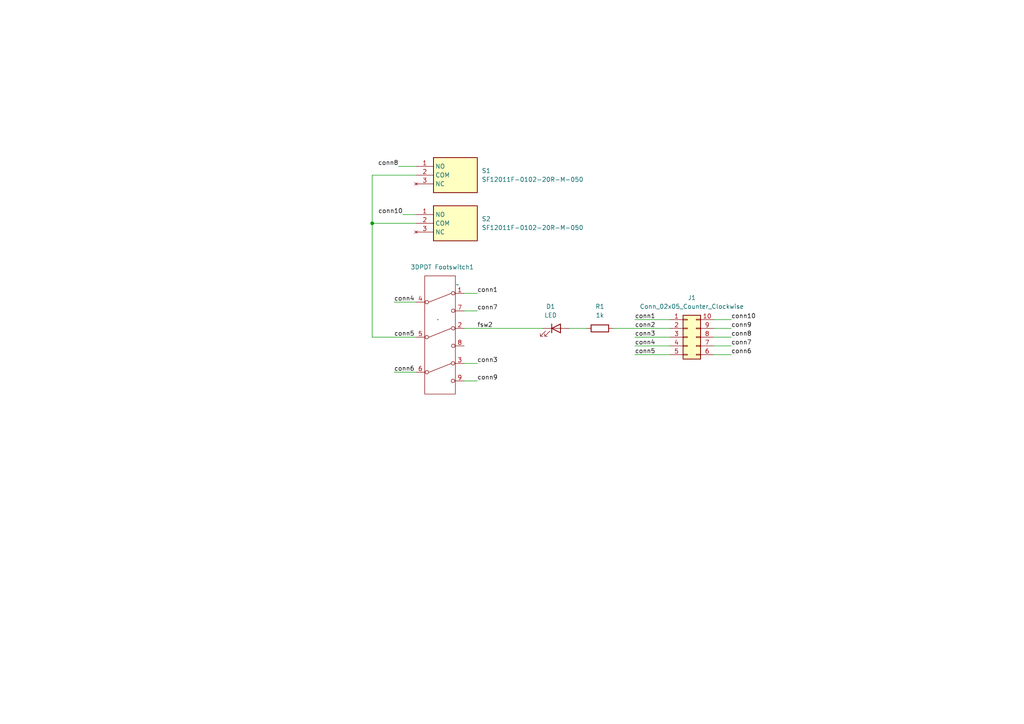
<source format=kicad_sch>
(kicad_sch (version 20250114) (generator "eeschema") (generator_version "9.0")
  (paper "A4")
  (title_block (title "3DPDT Footswitch board") (date "2025-09-15") (rev "0.2") (comment 1 "Denis Crowdy"))
  (lib_symbols
    (symbol "Connector_Generic:Conn_02x05_Counter_Clockwise" (pin_names (offset 1.016) (hide yes))
      (property "Reference" "J" (at 1.27 7.62 0))
      (property "Value" "Conn_02x05_Counter_Clockwise" (at 1.27 -7.62 0))
      (symbol "Conn_02x05_Counter_Clockwise_1_1"
        (rectangle (start -1.27 6.35) (end 3.81 -6.35) (stroke (width 0.254)) (fill (type background)))
        (rectangle (start -1.27 5.207) (end 0 4.953) (stroke (width 0.1524)))
        (rectangle (start -1.27 2.667) (end 0 2.413) (stroke (width 0.1524)))
        (rectangle (start -1.27 0.127) (end 0 -0.127) (stroke (width 0.1524)))
        (rectangle (start -1.27 -2.413) (end 0 -2.667) (stroke (width 0.1524)))
        (rectangle (start -1.27 -4.953) (end 0 -5.207) (stroke (width 0.1524)))
        (rectangle (start 3.81 5.207) (end 2.54 4.953) (stroke (width 0.1524)))
        (rectangle (start 3.81 2.667) (end 2.54 2.413) (stroke (width 0.1524)))
        (rectangle (start 3.81 0.127) (end 2.54 -0.127) (stroke (width 0.1524)))
        (rectangle (start 3.81 -2.413) (end 2.54 -2.667) (stroke (width 0.1524)))
        (rectangle (start 3.81 -4.953) (end 2.54 -5.207) (stroke (width 0.1524)))
        (pin passive line (at -5.08 5.08 0) (length 3.81) (name "Pin_1") (number "1"))
        (pin passive line (at -5.08 2.54 0) (length 3.81) (name "Pin_2") (number "2"))
        (pin passive line (at -5.08 0 0) (length 3.81) (name "Pin_3") (number "3"))
        (pin passive line (at -5.08 -2.54 0) (length 3.81) (name "Pin_4") (number "4"))
        (pin passive line (at -5.08 -5.08 0) (length 3.81) (name "Pin_5") (number "5"))
        (pin passive line (at 7.62 5.08 180) (length 3.81) (name "Pin_10") (number "10"))
        (pin passive line (at 7.62 2.54 180) (length 3.81) (name "Pin_9") (number "9"))
        (pin passive line (at 7.62 0 180) (length 3.81) (name "Pin_8") (number "8"))
        (pin passive line (at 7.62 -2.54 180) (length 3.81) (name "Pin_7") (number "7"))
        (pin passive line (at 7.62 -5.08 180) (length 3.81) (name "Pin_6") (number "6"))
      )
    )
    (symbol "Device:LED" (pin_numbers (hide yes)) (pin_names (offset 1.016) (hide yes))
      (property "Reference" "D" (at 0 2.54 0))
      (property "Value" "LED" (at 0 -2.54 0))
      (symbol "LED_0_1"
        (polyline (pts (xy -3.048 -0.762) (xy -4.572 -2.286) (xy -3.81 -2.286) (xy -4.572 -2.286) (xy -4.572 -1.524)))
        (polyline (pts (xy -1.778 -0.762) (xy -3.302 -2.286) (xy -2.54 -2.286) (xy -3.302 -2.286) (xy -3.302 -1.524)))
        (polyline (pts (xy -1.27 0) (xy 1.27 0)))
        (polyline (pts (xy -1.27 -1.27) (xy -1.27 1.27)) (stroke (width 0.254)))
        (polyline (pts (xy 1.27 -1.27) (xy 1.27 1.27) (xy -1.27 0) (xy 1.27 -1.27)) (stroke (width 0.254)))
      )
      (symbol "LED_1_1"
        (pin passive line (at -3.81 0 0) (length 2.54) (name "K") (number "1"))
        (pin passive line (at 3.81 0 180) (length 2.54) (name "A") (number "2"))
      )
    )
    (symbol "Device:R" (pin_numbers (hide yes)) (pin_names (offset 0))
      (property "Reference" "R" (at 2.032 0 90))
      (property "Value" "R" (at 0 0 90))
      (symbol "R_0_1"
        (rectangle (start -1.016 -2.54) (end 1.016 2.54) (stroke (width 0.254)))
      )
      (symbol "R_1_1"
        (pin passive line (at 0 3.81 270) (length 1.27) (name "~") (number "1"))
        (pin passive line (at 0 -3.81 90) (length 1.27) (name "~") (number "2"))
      )
    )
    (symbol "SF12011F-0102-20R-M-050:SF12011F-0102-20R-M-050"
      (property "Reference" "S" (at 19.05 7.62 0))
      (property "Value" "SF12011F-0102-20R-M-050" (at 19.05 5.08 0))
      (symbol "SF12011F-0102-20R-M-050_1_1"
        (rectangle (start 5.08 2.54) (end 17.78 -7.62) (stroke (width 0.254)) (fill (type background)))
        (pin passive line (at 0 0 0) (length 5.08) (name "NO") (number "1"))
        (pin passive line (at 0 -2.54 0) (length 5.08) (name "COM") (number "2"))
        (pin no_connect line (at 0 -5.08 0) (length 5.08) (name "NC") (number "3"))
      )
    )
    (symbol "Switch:SW_3DPDT" (pin_names (hide yes))
      (property "Reference" "3DPDT Footswitch" (at -5.334 21.336 0))
      (symbol "SW_3DPDT_0_1"
        (polyline (pts (xy -9.0176 12.6843) (xy -2.4845 15.2282)))
        (polyline (pts (xy -8.9653 2.5072) (xy -2.54 5.08)))
        (polyline (pts (xy -8.96 -7.6531) (xy -2.5754 -5.1331)))
        (circle (center -6.35 7.62) (radius 0.0001))
        (rectangle (start -1.27 20.32) (end -10.16 -13.97))
      )
      (symbol "SW_3DPDT_1_1"
        (circle (center -9.5748 2.5496) (radius 0.5))
        (circle (center -9.5652 12.6981) (radius 0.5))
        (circle (center -9.5409 -7.6274) (radius 0.5))
        (circle (center -1.9653 -5.0405) (radius 0.5))
        (circle (center -1.9653 -10.1371) (radius 0.5))
        (circle (center -1.9097 5.1191) (radius 0.5))
        (circle (center -1.9077 10.2037) (radius 0.5))
        (circle (center -1.9026 15.2865) (radius 0.5))
        (circle (center -1.8843 0.034) (radius 0.5))
        (pin passive line (at -12.7 12.7 0) (length 2.54) (name "D") (number "4"))
        (pin passive line (at -12.7 2.54 0) (length 2.54) (name "E") (number "5"))
        (pin passive line (at -12.7 -7.62 0) (length 2.54) (name "F") (number "6"))
        (pin passive line (at 1.27 15.24 180) (length 2.54) (name "A") (number "1"))
        (pin passive line (at 1.27 10.16 180) (length 2.54) (name "G") (number "7"))
        (pin passive line (at 1.27 5.08 180) (length 2.54) (name "B") (number "2"))
        (pin passive line (at 1.27 0 180) (length 2.54) (name "G") (number "8"))
        (pin passive line (at 1.27 -5.08 180) (length 2.54) (name "C") (number "3"))
        (pin passive line (at 1.27 -10.16 180) (length 2.54) (name "G") (number "9"))
      )
    )
  )
  (junction (at 107.95 64.77))
  (wire (pts (xy 115.57 48.26) (xy 120.65 48.26)))
  (wire (pts (xy 165.1 95.25) (xy 170.18 95.25)))
  (wire (pts (xy 207.01 97.79) (xy 212.09 97.79)))
  (wire (pts (xy 184.15 92.71) (xy 194.31 92.71)))
  (wire (pts (xy 107.95 64.77) (xy 107.95 97.79)))
  (wire (pts (xy 184.15 102.87) (xy 194.31 102.87)))
  (wire (pts (xy 134.62 90.17) (xy 138.43 90.17)))
  (wire (pts (xy 207.01 100.33) (xy 212.09 100.33)))
  (wire (pts (xy 134.62 95.25) (xy 157.48 95.25)))
  (wire (pts (xy 134.62 105.41) (xy 138.43 105.41)))
  (wire (pts (xy 184.15 97.79) (xy 194.31 97.79)))
  (wire (pts (xy 134.62 110.49) (xy 138.43 110.49)))
  (wire (pts (xy 114.3 107.95) (xy 120.65 107.95)))
  (wire (pts (xy 120.65 64.77) (xy 107.95 64.77)))
  (wire (pts (xy 184.15 100.33) (xy 194.31 100.33)))
  (wire (pts (xy 107.95 50.8) (xy 107.95 64.77)))
  (wire (pts (xy 207.01 95.25) (xy 212.09 95.25)))
  (wire (pts (xy 114.3 87.63) (xy 120.65 87.63)))
  (wire (pts (xy 207.01 92.71) (xy 212.09 92.71)))
  (wire (pts (xy 207.01 102.87) (xy 212.09 102.87)))
  (wire (pts (xy 177.8 95.25) (xy 194.31 95.25)))
  (wire (pts (xy 107.95 97.79) (xy 120.65 97.79)))
  (wire (pts (xy 120.65 50.8) (xy 107.95 50.8)))
  (wire (pts (xy 134.62 85.09) (xy 138.43 85.09)))
  (wire (pts (xy 116.84 62.23) (xy 120.65 62.23)))
  (label "fsw2" (at 138.43 95.25 0))
  (label "conn10" (at 116.84 62.23 180))
  (label "conn6" (at 212.09 102.87 0))
  (label "conn7" (at 138.43 90.17 0))
  (label "conn1" (at 138.43 85.09 0))
  (label "conn6" (at 114.3 107.95 0))
  (label "conn1" (at 184.15 92.71 0))
  (label "conn3" (at 138.43 105.41 0))
  (label "conn4" (at 114.3 87.63 0))
  (label "conn5" (at 184.15 102.87 0))
  (label "conn2" (at 184.15 95.25 0))
  (label "conn9" (at 138.43 110.49 0))
  (label "conn4" (at 184.15 100.33 0))
  (label "conn9" (at 212.09 95.25 0))
  (label "conn3" (at 184.15 97.79 0))
  (label "conn8" (at 212.09 97.79 0))
  (label "conn7" (at 212.09 100.33 0))
  (label "conn8" (at 115.57 48.26 180))
  (label "conn10" (at 212.09 92.71 0))
  (label "conn5" (at 114.3 97.79 0))
  (symbol (lib_id "SF12011F-0102-20R-M-050:SF12011F-0102-20R-M-050") (at 120.65 62.23 0) (unit 1)
    (property "Reference" "S2" (at 139.7 63.4999 0) (effects (justify left)))
    (property "Value" "SF12011F-0102-20R-M-050" (at 139.7 66.0399 0) (effects (justify left)))
    (property "Footprint" "pcb switch:SF12011F010220RM050" (effects (hide yes)))
    (property "Datasheet" "http://www.taiwanalpha.com/downloads?target=products&id=324" (effects (hide yes)))
    (property "Description" "Pushbutton Switches 1 pole 2 positions momentary switch" (effects (hide yes)))
    (property "Height" "33.5" (effects (hide yes)))
    (property "Mouser Part Number" "107-SF12011F-102-M" (effects (hide yes)))
    (property "Mouser Price/Stock" "https://www.mouser.co.uk/ProductDetail/Alpha-Taiwan/SF12011F-0102-20R-M-050?qs=IPgv5n7u5QYt4g%252Bq%2FbHblQ%3D%3D" (effects (hide yes)))
    (property "Manufacturer_Name" "Alpha (Taiwan)" (effects (hide yes)))
    (property "Manufacturer_Part_Number" "SF12011F-0102-20R-M-050" (effects (hide yes)))
  )
  (symbol (lib_id "Switch:SW_3DPDT") (at 133.35 100.33 0) (unit 1)
    (property "Reference" "3DPDT Footswitch1" (at 128.27 77.47 0))
    (property "Value" "~" (at 132.715 82.55 0))
    (property "Footprint" "Button_Switch_THT:Switches_Stomp_Switch_3PDT" (effects (hide yes)))
  )
  (symbol (lib_id "Device:R") (at 173.99 95.25 90) (unit 1)
    (property "Reference" "R1" (at 173.99 88.9 90))
    (property "Value" "1k" (at 173.99 91.44 90))
    (property "Footprint" "Resistor_THT:R_Axial_DIN0207_L6.3mm_D2.5mm_P10.16mm_Horizontal" (effects (hide yes)))
    (property "Description" "Resistor" (effects (hide yes)))
  )
  (symbol (lib_id "Connector_Generic:Conn_02x05_Counter_Clockwise") (at 199.39 97.79 0) (unit 1)
    (property "Reference" "J1" (at 200.66 86.36 0))
    (property "Value" "Conn_02x05_Counter_Clockwise" (at 200.66 88.9 0))
    (property "Footprint" "Connector_IDC:IDC-Header_2x05_P2.54mm_Vertical" (effects (hide yes)))
    (property "Description" "Generic connector, double row, 02x05, counter clockwise pin numbering scheme (similar to DIP package numbering), script generated (kicad-library-utils/schlib/autogen/connector/)" (effects (hide yes)))
  )
  (symbol (lib_id "Device:LED") (at 161.29 95.25 0) (unit 1)
    (property "Reference" "D1" (at 159.7025 88.9 0))
    (property "Value" "LED" (at 159.7025 91.44 0))
    (property "Footprint" "LED_THT:LED_D1.8mm_W3.3mm_H2.4mm" (effects (hide yes)))
    (property "Description" "Light emitting diode" (effects (hide yes)))
    (property "Sim.Pins" "1=K 2=A" (effects (hide yes)))
  )
  (symbol (lib_id "SF12011F-0102-20R-M-050:SF12011F-0102-20R-M-050") (at 120.65 48.26 0) (unit 1)
    (property "Reference" "S1" (at 139.7 49.5299 0) (effects (justify left)))
    (property "Value" "SF12011F-0102-20R-M-050" (at 139.7 52.0699 0) (effects (justify left)))
    (property "Footprint" "pcb switch:SF12011F010220RM050" (effects (hide yes)))
    (property "Datasheet" "http://www.taiwanalpha.com/downloads?target=products&id=324" (effects (hide yes)))
    (property "Description" "Pushbutton Switches 1 pole 2 positions momentary switch" (effects (hide yes)))
    (property "Height" "33.5" (effects (hide yes)))
    (property "Mouser Part Number" "107-SF12011F-102-M" (effects (hide yes)))
    (property "Mouser Price/Stock" "https://www.mouser.co.uk/ProductDetail/Alpha-Taiwan/SF12011F-0102-20R-M-050?qs=IPgv5n7u5QYt4g%252Bq%2FbHblQ%3D%3D" (effects (hide yes)))
    (property "Manufacturer_Name" "Alpha (Taiwan)" (effects (hide yes)))
    (property "Manufacturer_Part_Number" "SF12011F-0102-20R-M-050" (effects (hide yes)))
  )
)
</source>
